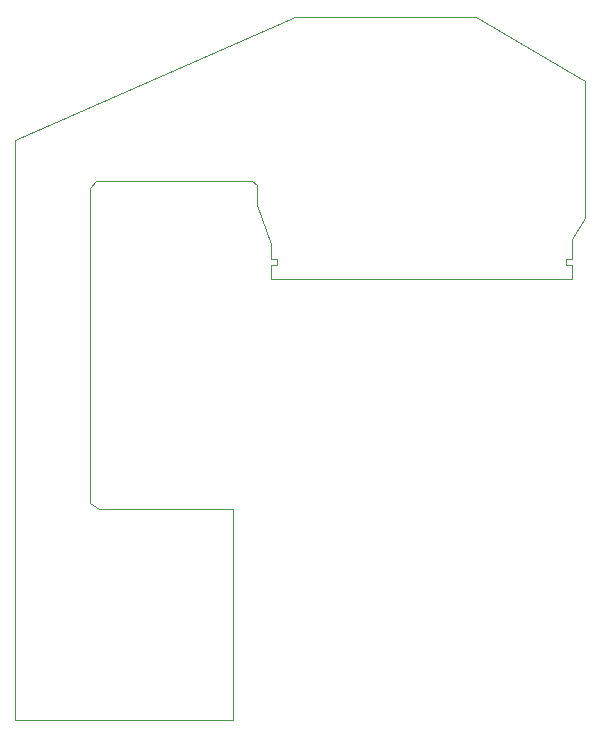
<source format=gbr>
%TF.GenerationSoftware,KiCad,Pcbnew,(5.1.6)-1*%
%TF.CreationDate,2022-01-15T22:49:59+01:00*%
%TF.ProjectId,XPS15,58505331-352e-46b6-9963-61645f706362,rev?*%
%TF.SameCoordinates,Original*%
%TF.FileFunction,Profile,NP*%
%FSLAX46Y46*%
G04 Gerber Fmt 4.6, Leading zero omitted, Abs format (unit mm)*
G04 Created by KiCad (PCBNEW (5.1.6)-1) date 2022-01-15 22:49:59*
%MOMM*%
%LPD*%
G01*
G04 APERTURE LIST*
%TA.AperFunction,Profile*%
%ADD10C,0.050000*%
%TD*%
G04 APERTURE END LIST*
D10*
X133400800Y-113690400D02*
X134117080Y-114198400D01*
X147111720Y-86500000D02*
X147500000Y-86827360D01*
X133893560Y-86500000D02*
X133400800Y-87045800D01*
X166060120Y-72600000D02*
X175300000Y-77957680D01*
X133200000Y-132100000D02*
X127000000Y-132100000D01*
X145500000Y-132110000D02*
X133200000Y-132100000D01*
X145500000Y-114210000D02*
X145500000Y-132110000D01*
X134117080Y-114198400D02*
X145500000Y-114210000D01*
X150700000Y-72600000D02*
X127000000Y-83000000D01*
X147500000Y-88500000D02*
X148700000Y-91835000D01*
X175300000Y-89600000D02*
X174200000Y-91375000D01*
X175300000Y-84500000D02*
X175300000Y-89600000D01*
X175300000Y-77957680D02*
X175300000Y-84500000D01*
X150700000Y-72600000D02*
X166060120Y-72600000D01*
X127000000Y-132100000D02*
X127000000Y-83000000D01*
X133400800Y-87045800D02*
X133400800Y-113690400D01*
X147111720Y-86500000D02*
X133893560Y-86500000D01*
X147500000Y-88500000D02*
X147500000Y-86827360D01*
X174200000Y-91825000D02*
X174200000Y-91375000D01*
X174200000Y-93065000D02*
X174200000Y-91825000D01*
X173700000Y-93065000D02*
X174200000Y-93065000D01*
X173700000Y-93085000D02*
X173700000Y-93065000D01*
X173700000Y-93575000D02*
X173700000Y-93085000D01*
X174200000Y-93575000D02*
X173700000Y-93575000D01*
X174200000Y-94775000D02*
X174200000Y-93575000D01*
X148710000Y-94775000D02*
X174200000Y-94775000D01*
X148700000Y-93075000D02*
X148700000Y-91835000D01*
X149210000Y-93075000D02*
X148700000Y-93075000D01*
X149210000Y-93575000D02*
X149210000Y-93075000D01*
X149200000Y-93575000D02*
X149210000Y-93575000D01*
X148710000Y-93575000D02*
X149200000Y-93575000D01*
X148710000Y-93595000D02*
X148710000Y-93575000D01*
X148710000Y-94775000D02*
X148710000Y-93595000D01*
M02*

</source>
